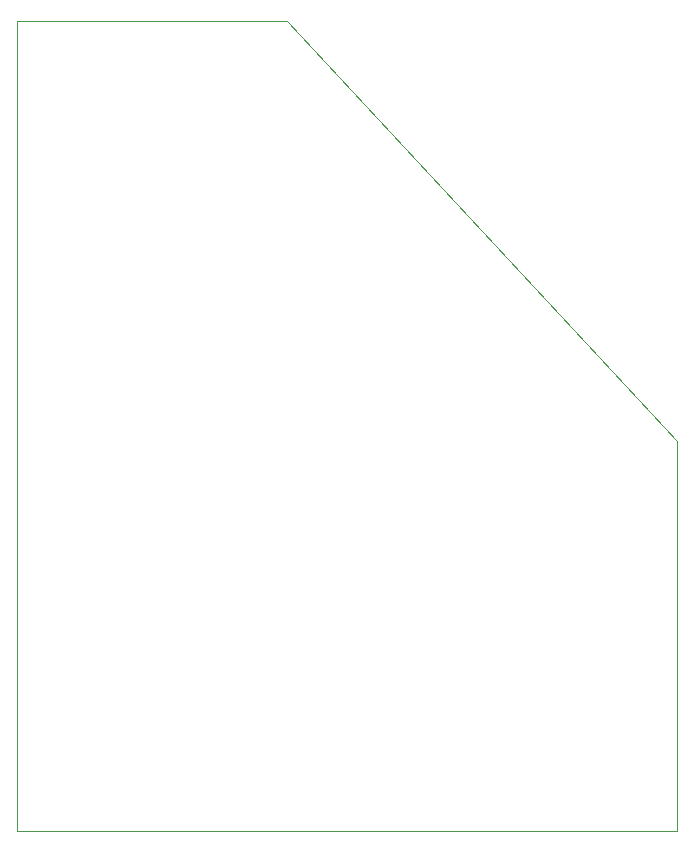
<source format=gbr>
%TF.GenerationSoftware,KiCad,Pcbnew,7.0.10-7.0.10~ubuntu20.04.1*%
%TF.CreationDate,2024-01-10T12:47:59-05:00*%
%TF.ProjectId,spike_PCB,7370696b-655f-4504-9342-2e6b69636164,0*%
%TF.SameCoordinates,Original*%
%TF.FileFunction,Profile,NP*%
%FSLAX46Y46*%
G04 Gerber Fmt 4.6, Leading zero omitted, Abs format (unit mm)*
G04 Created by KiCad (PCBNEW 7.0.10-7.0.10~ubuntu20.04.1) date 2024-01-10 12:47:59*
%MOMM*%
%LPD*%
G01*
G04 APERTURE LIST*
%TA.AperFunction,Profile*%
%ADD10C,0.100000*%
%TD*%
G04 APERTURE END LIST*
D10*
X269240000Y-162560000D02*
X269240000Y-195580000D01*
X213360000Y-195580000D01*
X213360000Y-127000000D01*
X236220000Y-127000000D01*
X269240000Y-162560000D01*
M02*

</source>
